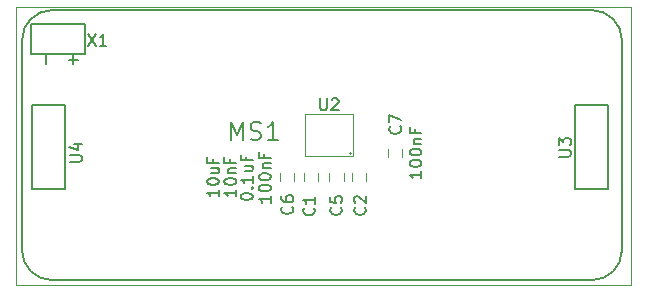
<source format=gbr>
G04 #@! TF.FileFunction,Legend,Top*
%FSLAX46Y46*%
G04 Gerber Fmt 4.6, Leading zero omitted, Abs format (unit mm)*
G04 Created by KiCad (PCBNEW 4.0.3-stable) date 10/04/17 18:30:17*
%MOMM*%
%LPD*%
G01*
G04 APERTURE LIST*
%ADD10C,0.152400*%
%ADD11C,0.025400*%
%ADD12C,0.120000*%
%ADD13C,0.050000*%
%ADD14C,0.150000*%
G04 APERTURE END LIST*
D10*
D11*
X200025000Y-81915000D02*
X147955000Y-81915000D01*
X200025000Y-105410000D02*
X200025000Y-81915000D01*
X147955000Y-105410000D02*
X200025000Y-105410000D01*
X147955000Y-81915000D02*
X147955000Y-105410000D01*
D10*
X151041100Y-105003600D02*
X196761100Y-105003600D01*
X199301100Y-102463600D02*
X199301100Y-84683600D01*
X196761100Y-82143600D02*
X151041100Y-82143600D01*
X148501100Y-84683600D02*
X148501100Y-102463600D01*
X196761100Y-105003600D02*
G75*
G03X199301100Y-102463600I0J2540000D01*
G01*
X199301100Y-84683600D02*
G75*
G03X196761100Y-82143600I-2540000J0D01*
G01*
X151041100Y-82143600D02*
G75*
G03X148501100Y-84683600I0J-2540000D01*
G01*
X148501100Y-102463600D02*
G75*
G03X151041100Y-105003600I2540000J0D01*
G01*
D12*
X172374000Y-96616000D02*
X172374000Y-95916000D01*
X173574000Y-95916000D02*
X173574000Y-96616000D01*
X174533000Y-96616000D02*
X174533000Y-95916000D01*
X175733000Y-95916000D02*
X175733000Y-96616000D01*
X177638000Y-95916000D02*
X177638000Y-96616000D01*
X176438000Y-96616000D02*
X176438000Y-95916000D01*
X171542000Y-95916000D02*
X171542000Y-96616000D01*
X170342000Y-96616000D02*
X170342000Y-95916000D01*
X179486000Y-94584000D02*
X179486000Y-93884000D01*
X180686000Y-93884000D02*
X180686000Y-94584000D01*
D13*
X176429303Y-94297500D02*
G75*
G03X176429303Y-94297500I-89803J0D01*
G01*
X176530000Y-94488000D02*
X172466000Y-94488000D01*
X172466000Y-94488000D02*
X172466000Y-90932000D01*
X172466000Y-90932000D02*
X176530000Y-90932000D01*
X176530000Y-90932000D02*
X176530000Y-94488000D01*
D14*
X195326000Y-97282000D02*
X198120000Y-97282000D01*
X198120000Y-97282000D02*
X198120000Y-90170000D01*
X198120000Y-90170000D02*
X195326000Y-90170000D01*
X195326000Y-90170000D02*
X195326000Y-97282000D01*
X149352000Y-97282000D02*
X152146000Y-97282000D01*
X152146000Y-97282000D02*
X152146000Y-90170000D01*
X152146000Y-90170000D02*
X149352000Y-90170000D01*
X149352000Y-90170000D02*
X149352000Y-97282000D01*
X153543000Y-83312000D02*
X149225000Y-83312000D01*
X149225000Y-83312000D02*
X149225000Y-85852000D01*
X149225000Y-85852000D02*
X153797000Y-85852000D01*
X153797000Y-85852000D02*
X153797000Y-83312000D01*
X153797000Y-83312000D02*
X153543000Y-83312000D01*
X166188571Y-93145429D02*
X166188571Y-91621429D01*
X166696571Y-92710000D01*
X167204571Y-91621429D01*
X167204571Y-93145429D01*
X167857714Y-93072857D02*
X168075428Y-93145429D01*
X168438285Y-93145429D01*
X168583428Y-93072857D01*
X168655999Y-93000286D01*
X168728571Y-92855143D01*
X168728571Y-92710000D01*
X168655999Y-92564857D01*
X168583428Y-92492286D01*
X168438285Y-92419714D01*
X168147999Y-92347143D01*
X168002857Y-92274571D01*
X167930285Y-92202000D01*
X167857714Y-92056857D01*
X167857714Y-91911714D01*
X167930285Y-91766571D01*
X168002857Y-91694000D01*
X168147999Y-91621429D01*
X168510857Y-91621429D01*
X168728571Y-91694000D01*
X170180000Y-93145429D02*
X169309143Y-93145429D01*
X169744571Y-93145429D02*
X169744571Y-91621429D01*
X169599428Y-91839143D01*
X169454286Y-91984286D01*
X169309143Y-92056857D01*
X173204143Y-98909166D02*
X173251762Y-98956785D01*
X173299381Y-99099642D01*
X173299381Y-99194880D01*
X173251762Y-99337738D01*
X173156524Y-99432976D01*
X173061286Y-99480595D01*
X172870810Y-99528214D01*
X172727952Y-99528214D01*
X172537476Y-99480595D01*
X172442238Y-99432976D01*
X172347000Y-99337738D01*
X172299381Y-99194880D01*
X172299381Y-99099642D01*
X172347000Y-98956785D01*
X172394619Y-98909166D01*
X173299381Y-97956785D02*
X173299381Y-98528214D01*
X173299381Y-98242500D02*
X172299381Y-98242500D01*
X172442238Y-98337738D01*
X172537476Y-98432976D01*
X172585095Y-98528214D01*
X165171381Y-97337428D02*
X165171381Y-97908857D01*
X165171381Y-97623143D02*
X164171381Y-97623143D01*
X164314238Y-97718381D01*
X164409476Y-97813619D01*
X164457095Y-97908857D01*
X164171381Y-96718381D02*
X164171381Y-96623142D01*
X164219000Y-96527904D01*
X164266619Y-96480285D01*
X164361857Y-96432666D01*
X164552333Y-96385047D01*
X164790429Y-96385047D01*
X164980905Y-96432666D01*
X165076143Y-96480285D01*
X165123762Y-96527904D01*
X165171381Y-96623142D01*
X165171381Y-96718381D01*
X165123762Y-96813619D01*
X165076143Y-96861238D01*
X164980905Y-96908857D01*
X164790429Y-96956476D01*
X164552333Y-96956476D01*
X164361857Y-96908857D01*
X164266619Y-96861238D01*
X164219000Y-96813619D01*
X164171381Y-96718381D01*
X164504714Y-95527904D02*
X165171381Y-95527904D01*
X164504714Y-95956476D02*
X165028524Y-95956476D01*
X165123762Y-95908857D01*
X165171381Y-95813619D01*
X165171381Y-95670761D01*
X165123762Y-95575523D01*
X165076143Y-95527904D01*
X164647571Y-94718380D02*
X164647571Y-95051714D01*
X165171381Y-95051714D02*
X164171381Y-95051714D01*
X164171381Y-94575523D01*
X177522143Y-98845666D02*
X177569762Y-98893285D01*
X177617381Y-99036142D01*
X177617381Y-99131380D01*
X177569762Y-99274238D01*
X177474524Y-99369476D01*
X177379286Y-99417095D01*
X177188810Y-99464714D01*
X177045952Y-99464714D01*
X176855476Y-99417095D01*
X176760238Y-99369476D01*
X176665000Y-99274238D01*
X176617381Y-99131380D01*
X176617381Y-99036142D01*
X176665000Y-98893285D01*
X176712619Y-98845666D01*
X176712619Y-98464714D02*
X176665000Y-98417095D01*
X176617381Y-98321857D01*
X176617381Y-98083761D01*
X176665000Y-97988523D01*
X176712619Y-97940904D01*
X176807857Y-97893285D01*
X176903095Y-97893285D01*
X177045952Y-97940904D01*
X177617381Y-98512333D01*
X177617381Y-97893285D01*
X167028881Y-97972357D02*
X167028881Y-97877118D01*
X167076500Y-97781880D01*
X167124119Y-97734261D01*
X167219357Y-97686642D01*
X167409833Y-97639023D01*
X167647929Y-97639023D01*
X167838405Y-97686642D01*
X167933643Y-97734261D01*
X167981262Y-97781880D01*
X168028881Y-97877118D01*
X168028881Y-97972357D01*
X167981262Y-98067595D01*
X167933643Y-98115214D01*
X167838405Y-98162833D01*
X167647929Y-98210452D01*
X167409833Y-98210452D01*
X167219357Y-98162833D01*
X167124119Y-98115214D01*
X167076500Y-98067595D01*
X167028881Y-97972357D01*
X167933643Y-97210452D02*
X167981262Y-97162833D01*
X168028881Y-97210452D01*
X167981262Y-97258071D01*
X167933643Y-97210452D01*
X168028881Y-97210452D01*
X168028881Y-96210452D02*
X168028881Y-96781881D01*
X168028881Y-96496167D02*
X167028881Y-96496167D01*
X167171738Y-96591405D01*
X167266976Y-96686643D01*
X167314595Y-96781881D01*
X167362214Y-95353309D02*
X168028881Y-95353309D01*
X167362214Y-95781881D02*
X167886024Y-95781881D01*
X167981262Y-95734262D01*
X168028881Y-95639024D01*
X168028881Y-95496166D01*
X167981262Y-95400928D01*
X167933643Y-95353309D01*
X167505071Y-94543785D02*
X167505071Y-94877119D01*
X168028881Y-94877119D02*
X167028881Y-94877119D01*
X167028881Y-94400928D01*
X175490143Y-98845666D02*
X175537762Y-98893285D01*
X175585381Y-99036142D01*
X175585381Y-99131380D01*
X175537762Y-99274238D01*
X175442524Y-99369476D01*
X175347286Y-99417095D01*
X175156810Y-99464714D01*
X175013952Y-99464714D01*
X174823476Y-99417095D01*
X174728238Y-99369476D01*
X174633000Y-99274238D01*
X174585381Y-99131380D01*
X174585381Y-99036142D01*
X174633000Y-98893285D01*
X174680619Y-98845666D01*
X174585381Y-97940904D02*
X174585381Y-98417095D01*
X175061571Y-98464714D01*
X175013952Y-98417095D01*
X174966333Y-98321857D01*
X174966333Y-98083761D01*
X175013952Y-97988523D01*
X175061571Y-97940904D01*
X175156810Y-97893285D01*
X175394905Y-97893285D01*
X175490143Y-97940904D01*
X175537762Y-97988523D01*
X175585381Y-98083761D01*
X175585381Y-98321857D01*
X175537762Y-98417095D01*
X175490143Y-98464714D01*
X169552881Y-97877119D02*
X169552881Y-98448548D01*
X169552881Y-98162834D02*
X168552881Y-98162834D01*
X168695738Y-98258072D01*
X168790976Y-98353310D01*
X168838595Y-98448548D01*
X168552881Y-97258072D02*
X168552881Y-97162833D01*
X168600500Y-97067595D01*
X168648119Y-97019976D01*
X168743357Y-96972357D01*
X168933833Y-96924738D01*
X169171929Y-96924738D01*
X169362405Y-96972357D01*
X169457643Y-97019976D01*
X169505262Y-97067595D01*
X169552881Y-97162833D01*
X169552881Y-97258072D01*
X169505262Y-97353310D01*
X169457643Y-97400929D01*
X169362405Y-97448548D01*
X169171929Y-97496167D01*
X168933833Y-97496167D01*
X168743357Y-97448548D01*
X168648119Y-97400929D01*
X168600500Y-97353310D01*
X168552881Y-97258072D01*
X168552881Y-96305691D02*
X168552881Y-96210452D01*
X168600500Y-96115214D01*
X168648119Y-96067595D01*
X168743357Y-96019976D01*
X168933833Y-95972357D01*
X169171929Y-95972357D01*
X169362405Y-96019976D01*
X169457643Y-96067595D01*
X169505262Y-96115214D01*
X169552881Y-96210452D01*
X169552881Y-96305691D01*
X169505262Y-96400929D01*
X169457643Y-96448548D01*
X169362405Y-96496167D01*
X169171929Y-96543786D01*
X168933833Y-96543786D01*
X168743357Y-96496167D01*
X168648119Y-96448548D01*
X168600500Y-96400929D01*
X168552881Y-96305691D01*
X168886214Y-95543786D02*
X169552881Y-95543786D01*
X168981452Y-95543786D02*
X168933833Y-95496167D01*
X168886214Y-95400929D01*
X168886214Y-95258071D01*
X168933833Y-95162833D01*
X169029071Y-95115214D01*
X169552881Y-95115214D01*
X169029071Y-94305690D02*
X169029071Y-94639024D01*
X169552881Y-94639024D02*
X168552881Y-94639024D01*
X168552881Y-94162833D01*
X171362643Y-98782166D02*
X171410262Y-98829785D01*
X171457881Y-98972642D01*
X171457881Y-99067880D01*
X171410262Y-99210738D01*
X171315024Y-99305976D01*
X171219786Y-99353595D01*
X171029310Y-99401214D01*
X170886452Y-99401214D01*
X170695976Y-99353595D01*
X170600738Y-99305976D01*
X170505500Y-99210738D01*
X170457881Y-99067880D01*
X170457881Y-98972642D01*
X170505500Y-98829785D01*
X170553119Y-98782166D01*
X170457881Y-97925023D02*
X170457881Y-98115500D01*
X170505500Y-98210738D01*
X170553119Y-98258357D01*
X170695976Y-98353595D01*
X170886452Y-98401214D01*
X171267405Y-98401214D01*
X171362643Y-98353595D01*
X171410262Y-98305976D01*
X171457881Y-98210738D01*
X171457881Y-98020261D01*
X171410262Y-97925023D01*
X171362643Y-97877404D01*
X171267405Y-97829785D01*
X171029310Y-97829785D01*
X170934071Y-97877404D01*
X170886452Y-97925023D01*
X170838833Y-98020261D01*
X170838833Y-98210738D01*
X170886452Y-98305976D01*
X170934071Y-98353595D01*
X171029310Y-98401214D01*
X166631881Y-97337428D02*
X166631881Y-97908857D01*
X166631881Y-97623143D02*
X165631881Y-97623143D01*
X165774738Y-97718381D01*
X165869976Y-97813619D01*
X165917595Y-97908857D01*
X165631881Y-96718381D02*
X165631881Y-96623142D01*
X165679500Y-96527904D01*
X165727119Y-96480285D01*
X165822357Y-96432666D01*
X166012833Y-96385047D01*
X166250929Y-96385047D01*
X166441405Y-96432666D01*
X166536643Y-96480285D01*
X166584262Y-96527904D01*
X166631881Y-96623142D01*
X166631881Y-96718381D01*
X166584262Y-96813619D01*
X166536643Y-96861238D01*
X166441405Y-96908857D01*
X166250929Y-96956476D01*
X166012833Y-96956476D01*
X165822357Y-96908857D01*
X165727119Y-96861238D01*
X165679500Y-96813619D01*
X165631881Y-96718381D01*
X165965214Y-95956476D02*
X166631881Y-95956476D01*
X166060452Y-95956476D02*
X166012833Y-95908857D01*
X165965214Y-95813619D01*
X165965214Y-95670761D01*
X166012833Y-95575523D01*
X166108071Y-95527904D01*
X166631881Y-95527904D01*
X166108071Y-94718380D02*
X166108071Y-95051714D01*
X166631881Y-95051714D02*
X165631881Y-95051714D01*
X165631881Y-94575523D01*
X180506643Y-91987666D02*
X180554262Y-92035285D01*
X180601881Y-92178142D01*
X180601881Y-92273380D01*
X180554262Y-92416238D01*
X180459024Y-92511476D01*
X180363786Y-92559095D01*
X180173310Y-92606714D01*
X180030452Y-92606714D01*
X179839976Y-92559095D01*
X179744738Y-92511476D01*
X179649500Y-92416238D01*
X179601881Y-92273380D01*
X179601881Y-92178142D01*
X179649500Y-92035285D01*
X179697119Y-91987666D01*
X179601881Y-91654333D02*
X179601881Y-90987666D01*
X180601881Y-91416238D01*
X182316381Y-95781619D02*
X182316381Y-96353048D01*
X182316381Y-96067334D02*
X181316381Y-96067334D01*
X181459238Y-96162572D01*
X181554476Y-96257810D01*
X181602095Y-96353048D01*
X181316381Y-95162572D02*
X181316381Y-95067333D01*
X181364000Y-94972095D01*
X181411619Y-94924476D01*
X181506857Y-94876857D01*
X181697333Y-94829238D01*
X181935429Y-94829238D01*
X182125905Y-94876857D01*
X182221143Y-94924476D01*
X182268762Y-94972095D01*
X182316381Y-95067333D01*
X182316381Y-95162572D01*
X182268762Y-95257810D01*
X182221143Y-95305429D01*
X182125905Y-95353048D01*
X181935429Y-95400667D01*
X181697333Y-95400667D01*
X181506857Y-95353048D01*
X181411619Y-95305429D01*
X181364000Y-95257810D01*
X181316381Y-95162572D01*
X181316381Y-94210191D02*
X181316381Y-94114952D01*
X181364000Y-94019714D01*
X181411619Y-93972095D01*
X181506857Y-93924476D01*
X181697333Y-93876857D01*
X181935429Y-93876857D01*
X182125905Y-93924476D01*
X182221143Y-93972095D01*
X182268762Y-94019714D01*
X182316381Y-94114952D01*
X182316381Y-94210191D01*
X182268762Y-94305429D01*
X182221143Y-94353048D01*
X182125905Y-94400667D01*
X181935429Y-94448286D01*
X181697333Y-94448286D01*
X181506857Y-94400667D01*
X181411619Y-94353048D01*
X181364000Y-94305429D01*
X181316381Y-94210191D01*
X181649714Y-93448286D02*
X182316381Y-93448286D01*
X181744952Y-93448286D02*
X181697333Y-93400667D01*
X181649714Y-93305429D01*
X181649714Y-93162571D01*
X181697333Y-93067333D01*
X181792571Y-93019714D01*
X182316381Y-93019714D01*
X181792571Y-92210190D02*
X181792571Y-92543524D01*
X182316381Y-92543524D02*
X181316381Y-92543524D01*
X181316381Y-92067333D01*
X173736095Y-89622381D02*
X173736095Y-90431905D01*
X173783714Y-90527143D01*
X173831333Y-90574762D01*
X173926571Y-90622381D01*
X174117048Y-90622381D01*
X174212286Y-90574762D01*
X174259905Y-90527143D01*
X174307524Y-90431905D01*
X174307524Y-89622381D01*
X174736095Y-89717619D02*
X174783714Y-89670000D01*
X174878952Y-89622381D01*
X175117048Y-89622381D01*
X175212286Y-89670000D01*
X175259905Y-89717619D01*
X175307524Y-89812857D01*
X175307524Y-89908095D01*
X175259905Y-90050952D01*
X174688476Y-90622381D01*
X175307524Y-90622381D01*
X193952881Y-94551405D02*
X194762405Y-94551405D01*
X194857643Y-94503786D01*
X194905262Y-94456167D01*
X194952881Y-94360929D01*
X194952881Y-94170452D01*
X194905262Y-94075214D01*
X194857643Y-94027595D01*
X194762405Y-93979976D01*
X193952881Y-93979976D01*
X193952881Y-93599024D02*
X193952881Y-92979976D01*
X194333833Y-93313310D01*
X194333833Y-93170452D01*
X194381452Y-93075214D01*
X194429071Y-93027595D01*
X194524310Y-92979976D01*
X194762405Y-92979976D01*
X194857643Y-93027595D01*
X194905262Y-93075214D01*
X194952881Y-93170452D01*
X194952881Y-93456167D01*
X194905262Y-93551405D01*
X194857643Y-93599024D01*
X152550881Y-94995905D02*
X153360405Y-94995905D01*
X153455643Y-94948286D01*
X153503262Y-94900667D01*
X153550881Y-94805429D01*
X153550881Y-94614952D01*
X153503262Y-94519714D01*
X153455643Y-94472095D01*
X153360405Y-94424476D01*
X152550881Y-94424476D01*
X152884214Y-93519714D02*
X153550881Y-93519714D01*
X152503262Y-93757810D02*
X153217548Y-93995905D01*
X153217548Y-93376857D01*
X154066976Y-84161381D02*
X154733643Y-85161381D01*
X154733643Y-84161381D02*
X154066976Y-85161381D01*
X155638405Y-85161381D02*
X155066976Y-85161381D01*
X155352690Y-85161381D02*
X155352690Y-84161381D01*
X155257452Y-84304238D01*
X155162214Y-84399476D01*
X155066976Y-84447095D01*
X150566429Y-86740952D02*
X150566429Y-85979047D01*
X152852429Y-86740952D02*
X152852429Y-85979047D01*
X153233381Y-86359999D02*
X152471476Y-86359999D01*
M02*

</source>
